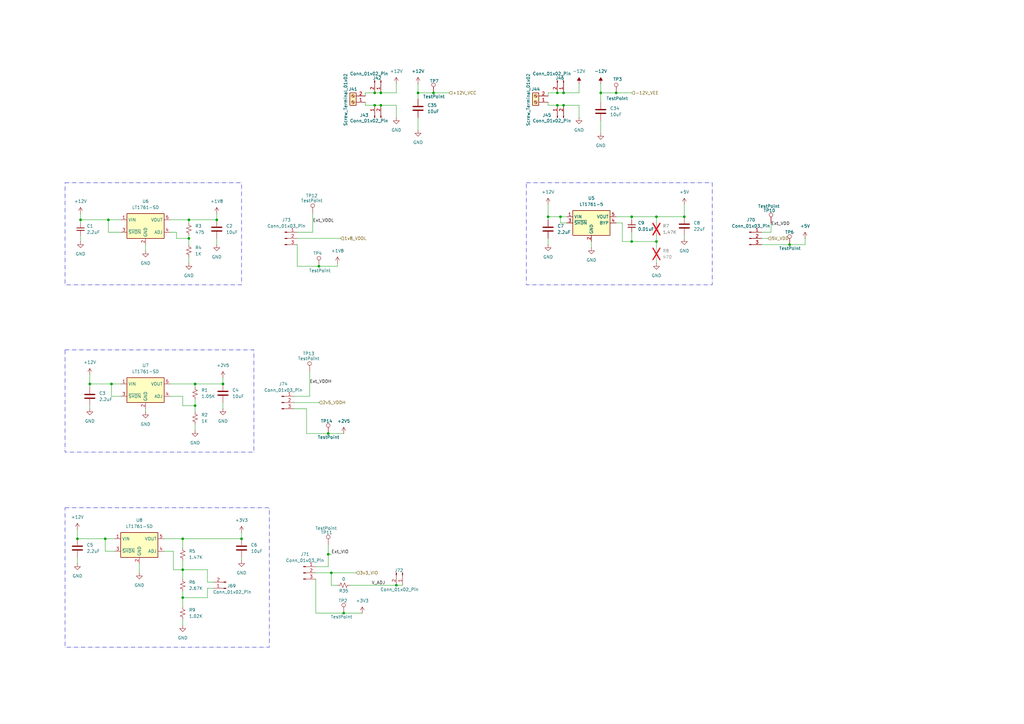
<source format=kicad_sch>
(kicad_sch (version 20250114) (generator "eeschema") (generator_version "9.0")
  (paper "A3")
  (lib_symbols
    (symbol "Connector:Conn_01x02_Pin" (pin_names (offset 1.016) (hide yes))
      (property "Reference" "J" (at 0 2.54 0))
      (property "Value" "Conn_01x02_Pin" (at 0 -5.08 0))
      (symbol "Conn_01x02_Pin_1_1"
        (rectangle (start 0.8636 0.127) (end 0 -0.127) (stroke (width 0.1524)) (fill (type outline)))
        (rectangle (start 0.8636 -2.413) (end 0 -2.667) (stroke (width 0.1524)) (fill (type outline)))
        (polyline (pts (xy 1.27 0) (xy 0.8636 0)) (stroke (width 0.1524)))
        (polyline (pts (xy 1.27 -2.54) (xy 0.8636 -2.54)) (stroke (width 0.1524)))
        (pin passive line (at 5.08 0 180) (length 3.81) (name "Pin_1") (number "1"))
        (pin passive line (at 5.08 -2.54 180) (length 3.81) (name "Pin_2") (number "2"))
      )
    )
    (symbol "Connector:Conn_01x03_Pin" (pin_names (offset 1.016) (hide yes))
      (property "Reference" "J" (at 0 5.08 0))
      (property "Value" "Conn_01x03_Pin" (at 0 -5.08 0))
      (symbol "Conn_01x03_Pin_1_1"
        (rectangle (start 0.8636 2.667) (end 0 2.413) (stroke (width 0.1524)) (fill (type outline)))
        (rectangle (start 0.8636 0.127) (end 0 -0.127) (stroke (width 0.1524)) (fill (type outline)))
        (rectangle (start 0.8636 -2.413) (end 0 -2.667) (stroke (width 0.1524)) (fill (type outline)))
        (polyline (pts (xy 1.27 2.54) (xy 0.8636 2.54)) (stroke (width 0.1524)))
        (polyline (pts (xy 1.27 0) (xy 0.8636 0)) (stroke (width 0.1524)))
        (polyline (pts (xy 1.27 -2.54) (xy 0.8636 -2.54)) (stroke (width 0.1524)))
        (pin passive line (at 5.08 2.54 180) (length 3.81) (name "Pin_1") (number "1"))
        (pin passive line (at 5.08 0 180) (length 3.81) (name "Pin_2") (number "2"))
        (pin passive line (at 5.08 -2.54 180) (length 3.81) (name "Pin_3") (number "3"))
      )
    )
    (symbol "Connector:Screw_Terminal_01x02" (pin_names (offset 1.016) (hide yes))
      (property "Reference" "J" (at 0 2.54 0))
      (property "Value" "Screw_Terminal_01x02" (at 0 -5.08 0))
      (symbol "Screw_Terminal_01x02_1_1"
        (rectangle (start -1.27 1.27) (end 1.27 -3.81) (stroke (width 0.254)) (fill (type background)))
        (polyline (pts (xy -0.5334 0.3302) (xy 0.3302 -0.508)) (stroke (width 0.1524)))
        (polyline (pts (xy -0.5334 -2.2098) (xy 0.3302 -3.048)) (stroke (width 0.1524)))
        (polyline (pts (xy -0.3556 0.508) (xy 0.508 -0.3302)) (stroke (width 0.1524)))
        (polyline (pts (xy -0.3556 -2.032) (xy 0.508 -2.8702)) (stroke (width 0.1524)))
        (circle (center 0 0) (radius 0.635) (stroke (width 0.1524)))
        (circle (center 0 -2.54) (radius 0.635) (stroke (width 0.1524)))
        (pin passive line (at -5.08 0 0) (length 3.81) (name "Pin_1") (number "1"))
        (pin passive line (at -5.08 -2.54 0) (length 3.81) (name "Pin_2") (number "2"))
      )
    )
    (symbol "Connector:TestPoint" (pin_numbers (hide yes)) (pin_names (offset 0.762) (hide yes))
      (property "Reference" "TP" (at 0 6.858 0))
      (property "Value" "TestPoint" (at 0 5.08 0))
      (symbol "TestPoint_0_1"
        (circle (center 0 3.302) (radius 0.762))
      )
      (symbol "TestPoint_1_1"
        (pin passive line (at 0 0 90) (length 2.54) (name "1") (number "1"))
      )
    )
    (symbol "Device:C" (pin_numbers (hide yes)) (pin_names (offset 0.254))
      (property "Reference" "C" (at 0.635 2.54 0))
      (property "Value" "C" (at 0.635 -2.54 0))
      (symbol "C_0_1"
        (polyline (pts (xy -2.032 0.762) (xy 2.032 0.762)) (stroke (width 0.508)))
        (polyline (pts (xy -2.032 -0.762) (xy 2.032 -0.762)) (stroke (width 0.508)))
      )
      (symbol "C_1_1"
        (pin passive line (at 0 3.81 270) (length 2.794) (name "~") (number "1"))
        (pin passive line (at 0 -3.81 90) (length 2.794) (name "~") (number "2"))
      )
    )
    (symbol "Device:C_Small" (pin_numbers (hide yes)) (pin_names (offset 0.254) (hide yes))
      (property "Reference" "C" (at 0.254 1.778 0))
      (property "Value" "C_Small" (at 0.254 -2.032 0))
      (symbol "C_Small_0_1"
        (polyline (pts (xy -1.524 0.508) (xy 1.524 0.508)) (stroke (width 0.3048)))
        (polyline (pts (xy -1.524 -0.508) (xy 1.524 -0.508)) (stroke (width 0.3302)))
      )
      (symbol "C_Small_1_1"
        (pin passive line (at 0 2.54 270) (length 2.032) (name "~") (number "1"))
        (pin passive line (at 0 -2.54 90) (length 2.032) (name "~") (number "2"))
      )
    )
    (symbol "Device:R_Small_US" (pin_numbers (hide yes)) (pin_names (offset 0.254) (hide yes))
      (property "Reference" "R" (at 0.762 0.508 0))
      (property "Value" "R_Small_US" (at 0.762 -1.016 0))
      (symbol "R_Small_US_1_1"
        (polyline (pts (xy 0 1.524) (xy 1.016 1.143) (xy 0 0.762) (xy -1.016 0.381) (xy 0 0)))
        (polyline (pts (xy 0 0) (xy 1.016 -0.381) (xy 0 -0.762) (xy -1.016 -1.143) (xy 0 -1.524)))
        (pin passive line (at 0 2.54 270) (length 1.016) (name "~") (number "1"))
        (pin passive line (at 0 -2.54 90) (length 1.016) (name "~") (number "2"))
      )
    )
    (symbol "Regulator_Linear:LT1761-5"
      (property "Reference" "U" (at -6.35 6.35 0))
      (property "Value" "LT1761-5" (at 0 6.35 0))
      (symbol "LT1761-5_0_1"
        (rectangle (start -7.62 5.08) (end 7.62 -5.08) (stroke (width 0.254)) (fill (type background)))
      )
      (symbol "LT1761-5_1_1"
        (pin power_in line (at -10.16 2.54 0) (length 2.54) (name "VIN") (number "1"))
        (pin input line (at -10.16 0 0) (length 2.54) (name "~{SHDN}") (number "3"))
        (pin power_in line (at 0 -7.62 90) (length 2.54) (name "GND") (number "2"))
        (pin power_out line (at 10.16 2.54 180) (length 2.54) (name "VOUT") (number "5"))
        (pin passive line (at 10.16 0 180) (length 2.54) (name "BYP") (number "4"))
      )
    )
    (symbol "Regulator_Linear:LT1761-SD"
      (property "Reference" "U" (at -6.35 6.35 0))
      (property "Value" "LT1761-SD" (at 0 6.35 0))
      (symbol "LT1761-SD_0_1"
        (rectangle (start -7.62 5.08) (end 7.62 -5.08) (stroke (width 0.254)) (fill (type background)))
      )
      (symbol "LT1761-SD_1_1"
        (pin power_in line (at -10.16 2.54 0) (length 2.54) (name "VIN") (number "1"))
        (pin input line (at -10.16 -2.54 0) (length 2.54) (name "~{SHDN}") (number "3"))
        (pin power_in line (at 0 -7.62 90) (length 2.54) (name "GND") (number "2"))
        (pin power_out line (at 10.16 2.54 180) (length 2.54) (name "VOUT") (number "5"))
        (pin input line (at 10.16 -2.54 180) (length 2.54) (name "ADJ") (number "4"))
      )
    )
    (symbol "power:+12V" (power) (pin_numbers (hide yes)) (pin_names (offset 0) (hide yes))
      (property "Value" "+12V" (at 0 3.556 0))
      (symbol "+12V_0_1"
        (polyline (pts (xy -0.762 1.27) (xy 0 2.54)))
        (polyline (pts (xy 0 2.54) (xy 0.762 1.27)))
        (polyline (pts (xy 0 0) (xy 0 2.54)))
      )
      (symbol "+12V_1_1"
        (pin power_in line (at 0 0 90) (length 0) (name "~") (number "1"))
      )
    )
    (symbol "power:+1V8" (power) (pin_numbers (hide yes)) (pin_names (offset 0) (hide yes))
      (property "Value" "+1V8" (at 0 3.556 0))
      (symbol "+1V8_0_1"
        (polyline (pts (xy -0.762 1.27) (xy 0 2.54)))
        (polyline (pts (xy 0 2.54) (xy 0.762 1.27)))
        (polyline (pts (xy 0 0) (xy 0 2.54)))
      )
      (symbol "+1V8_1_1"
        (pin power_in line (at 0 0 90) (length 0) (name "~") (number "1"))
      )
    )
    (symbol "power:+2V5" (power) (pin_numbers (hide yes)) (pin_names (offset 0) (hide yes))
      (property "Value" "+2V5" (at 0 3.556 0))
      (symbol "+2V5_0_1"
        (polyline (pts (xy -0.762 1.27) (xy 0 2.54)))
        (polyline (pts (xy 0 2.54) (xy 0.762 1.27)))
        (polyline (pts (xy 0 0) (xy 0 2.54)))
      )
      (symbol "+2V5_1_1"
        (pin power_in line (at 0 0 90) (length 0) (name "~") (number "1"))
      )
    )
    (symbol "power:+3V3" (power) (pin_numbers (hide yes)) (pin_names (offset 0) (hide yes))
      (property "Value" "+3V3" (at 0 3.556 0))
      (symbol "+3V3_0_1"
        (polyline (pts (xy -0.762 1.27) (xy 0 2.54)))
        (polyline (pts (xy 0 2.54) (xy 0.762 1.27)))
        (polyline (pts (xy 0 0) (xy 0 2.54)))
      )
      (symbol "+3V3_1_1"
        (pin power_in line (at 0 0 90) (length 0) (name "~") (number "1"))
      )
    )
    (symbol "power:+5V" (power) (pin_numbers (hide yes)) (pin_names (offset 0) (hide yes))
      (property "Value" "+5V" (at 0 3.556 0))
      (symbol "+5V_0_1"
        (polyline (pts (xy -0.762 1.27) (xy 0 2.54)))
        (polyline (pts (xy 0 2.54) (xy 0.762 1.27)))
        (polyline (pts (xy 0 0) (xy 0 2.54)))
      )
      (symbol "+5V_1_1"
        (pin power_in line (at 0 0 90) (length 0) (name "~") (number "1"))
      )
    )
    (symbol "power:-12V" (power) (pin_numbers (hide yes)) (pin_names (offset 0) (hide yes))
      (property "Value" "-12V" (at 0 3.556 0))
      (symbol "-12V_0_0"
        (pin power_in line (at 0 0 90) (length 0) (name "~") (number "1"))
      )
      (symbol "-12V_0_1"
        (polyline (pts (xy 0 0) (xy 0 1.27) (xy 0.762 1.27) (xy 0 2.54) (xy -0.762 1.27) (xy 0 1.27)) (fill (type outline)))
      )
    )
    (symbol "power:GND" (power) (pin_numbers (hide yes)) (pin_names (offset 0) (hide yes))
      (property "Value" "GND" (at 0 -3.81 0))
      (symbol "GND_0_1"
        (polyline (pts (xy 0 0) (xy 0 -1.27) (xy 1.27 -1.27) (xy 0 -2.54) (xy -1.27 -1.27) (xy 0 -1.27)))
      )
      (symbol "GND_1_1"
        (pin power_in line (at 0 0 270) (length 0) (name "~") (number "1"))
      )
    )
  )
  (rectangle (start 26.67 143.51) (end 104.14 185.42) (stroke (width 0) (type dash_dot)))
  (rectangle (start 26.67 74.93) (end 99.06 116.84) (stroke (width 0) (type dash_dot)))
  (rectangle (start 215.9 74.93) (end 292.1 116.84) (stroke (width 0) (type dash_dot)))
  (rectangle (start 26.67 208.28) (end 110.49 265.43) (stroke (width 0) (type dash_dot)))
  (junction (at 74.93 220.98))
  (junction (at 134.62 177.8))
  (junction (at 134.62 227.33))
  (junction (at 224.79 88.9))
  (junction (at 74.93 233.68))
  (junction (at 135.89 234.95))
  (junction (at 36.83 157.48))
  (junction (at 45.72 157.48))
  (junction (at 229.87 88.9))
  (junction (at 231.14 43.18))
  (junction (at 80.01 157.48))
  (junction (at 153.67 43.18))
  (junction (at 231.14 38.1))
  (junction (at 246.38 38.1))
  (junction (at 31.75 220.98))
  (junction (at 177.8 38.1))
  (junction (at 269.24 88.9))
  (junction (at 259.08 99.06))
  (junction (at 156.21 38.1))
  (junction (at 77.47 97.79))
  (junction (at 43.18 220.98))
  (junction (at 77.47 90.17))
  (junction (at 252.73 38.1))
  (junction (at 228.6 43.18))
  (junction (at 228.6 38.1))
  (junction (at 44.45 90.17))
  (junction (at 269.24 99.06))
  (junction (at 323.85 100.33))
  (junction (at 99.06 220.98))
  (junction (at 171.45 38.1))
  (junction (at 74.93 245.11))
  (junction (at 91.44 157.48))
  (junction (at 259.08 88.9))
  (junction (at 156.21 43.18))
  (junction (at 130.81 109.22))
  (junction (at 162.56 240.03))
  (junction (at 80.01 166.37))
  (junction (at 140.97 251.46))
  (junction (at 153.67 38.1))
  (junction (at 280.67 88.9))
  (junction (at 88.9 90.17))
  (junction (at 33.02 90.17))
  (wire (pts (xy 120.65 167.64) (xy 125.73 167.64)))
  (wire (pts (xy 246.38 38.1) (xy 252.73 38.1)))
  (wire (pts (xy 237.49 34.29) (xy 237.49 38.1)))
  (wire (pts (xy 49.53 162.56) (xy 45.72 162.56)))
  (wire (pts (xy 121.92 109.22) (xy 130.81 109.22)))
  (wire (pts (xy 330.2 100.33) (xy 323.85 100.33)))
  (wire (pts (xy 156.21 43.18) (xy 162.56 43.18)))
  (wire (pts (xy 77.47 90.17) (xy 88.9 90.17)))
  (wire (pts (xy 121.92 97.79) (xy 139.7 97.79)))
  (wire (pts (xy 80.01 157.48) (xy 80.01 158.75)))
  (wire (pts (xy 140.97 251.46) (xy 148.59 251.46)))
  (wire (pts (xy 69.85 157.48) (xy 80.01 157.48)))
  (wire (pts (xy 228.6 43.18) (xy 231.14 43.18)))
  (wire (pts (xy 74.93 245.11) (xy 74.93 248.92)))
  (wire (pts (xy 224.79 38.1) (xy 228.6 38.1)))
  (wire (pts (xy 149.86 41.91) (xy 149.86 43.18)))
  (wire (pts (xy 59.69 167.64) (xy 59.69 168.91)))
  (wire (pts (xy 85.09 245.11) (xy 74.93 245.11)))
  (wire (pts (xy 59.69 100.33) (xy 59.69 102.87)))
  (wire (pts (xy 77.47 105.41) (xy 77.47 107.95)))
  (wire (pts (xy 252.73 91.44) (xy 255.27 91.44)))
  (wire (pts (xy 85.09 241.3) (xy 85.09 245.11)))
  (wire (pts (xy 72.39 95.25) (xy 69.85 95.25)))
  (wire (pts (xy 162.56 43.18) (xy 162.56 48.26)))
  (wire (pts (xy 99.06 218.44) (xy 99.06 220.98)))
  (wire (pts (xy 33.02 96.52) (xy 33.02 99.06)))
  (wire (pts (xy 246.38 34.29) (xy 246.38 38.1)))
  (wire (pts (xy 67.31 220.98) (xy 74.93 220.98)))
  (wire (pts (xy 316.23 91.44) (xy 316.23 95.25)))
  (wire (pts (xy 153.67 38.1) (xy 156.21 38.1)))
  (wire (pts (xy 125.73 177.8) (xy 134.62 177.8)))
  (wire (pts (xy 138.43 107.95) (xy 138.43 109.22)))
  (wire (pts (xy 44.45 90.17) (xy 49.53 90.17)))
  (wire (pts (xy 129.54 237.49) (xy 129.54 251.46)))
  (wire (pts (xy 45.72 162.56) (xy 45.72 157.48)))
  (wire (pts (xy 88.9 87.63) (xy 88.9 90.17)))
  (wire (pts (xy 259.08 95.25) (xy 259.08 99.06)))
  (wire (pts (xy 134.62 227.33) (xy 135.89 227.33)))
  (wire (pts (xy 77.47 90.17) (xy 77.47 91.44)))
  (wire (pts (xy 80.01 157.48) (xy 91.44 157.48)))
  (wire (pts (xy 224.79 41.91) (xy 224.79 43.18)))
  (wire (pts (xy 71.12 233.68) (xy 74.93 233.68)))
  (wire (pts (xy 80.01 166.37) (xy 80.01 168.91)))
  (wire (pts (xy 74.93 256.54) (xy 74.93 254)))
  (wire (pts (xy 85.09 233.68) (xy 74.93 233.68)))
  (wire (pts (xy 74.93 162.56) (xy 74.93 166.37)))
  (wire (pts (xy 153.67 43.18) (xy 156.21 43.18)))
  (wire (pts (xy 33.02 91.44) (xy 33.02 90.17)))
  (wire (pts (xy 143.51 240.03) (xy 162.56 240.03)))
  (wire (pts (xy 259.08 99.06) (xy 269.24 99.06)))
  (wire (pts (xy 149.86 38.1) (xy 153.67 38.1)))
  (wire (pts (xy 36.83 166.37) (xy 36.83 167.64)))
  (wire (pts (xy 232.41 91.44) (xy 229.87 91.44)))
  (wire (pts (xy 33.02 90.17) (xy 44.45 90.17)))
  (wire (pts (xy 74.93 220.98) (xy 74.93 224.79)))
  (wire (pts (xy 312.42 97.79) (xy 314.96 97.79)))
  (wire (pts (xy 134.62 227.33) (xy 134.62 232.41)))
  (wire (pts (xy 46.99 226.06) (xy 43.18 226.06)))
  (wire (pts (xy 130.81 109.22) (xy 138.43 109.22)))
  (wire (pts (xy 269.24 88.9) (xy 280.67 88.9)))
  (wire (pts (xy 184.15 38.1) (xy 177.8 38.1)))
  (wire (pts (xy 74.93 166.37) (xy 80.01 166.37)))
  (wire (pts (xy 224.79 90.17) (xy 224.79 88.9)))
  (wire (pts (xy 312.42 100.33) (xy 323.85 100.33)))
  (wire (pts (xy 269.24 96.52) (xy 269.24 99.06)))
  (wire (pts (xy 171.45 38.1) (xy 171.45 40.64)))
  (wire (pts (xy 129.54 232.41) (xy 134.62 232.41)))
  (wire (pts (xy 255.27 91.44) (xy 255.27 99.06)))
  (wire (pts (xy 91.44 154.94) (xy 91.44 157.48)))
  (wire (pts (xy 255.27 99.06) (xy 259.08 99.06)))
  (wire (pts (xy 72.39 97.79) (xy 72.39 95.25)))
  (wire (pts (xy 162.56 38.1) (xy 156.21 38.1)))
  (wire (pts (xy 149.86 39.37) (xy 149.86 38.1)))
  (wire (pts (xy 280.67 96.52) (xy 280.67 97.79)))
  (wire (pts (xy 224.79 83.82) (xy 224.79 88.9)))
  (wire (pts (xy 135.89 234.95) (xy 146.05 234.95)))
  (wire (pts (xy 252.73 88.9) (xy 259.08 88.9)))
  (wire (pts (xy 31.75 228.6) (xy 31.75 231.14)))
  (wire (pts (xy 138.43 240.03) (xy 135.89 240.03)))
  (wire (pts (xy 237.49 38.1) (xy 231.14 38.1)))
  (wire (pts (xy 74.93 229.87) (xy 74.93 233.68)))
  (wire (pts (xy 87.63 241.3) (xy 85.09 241.3)))
  (wire (pts (xy 44.45 90.17) (xy 44.45 95.25)))
  (wire (pts (xy 69.85 162.56) (xy 74.93 162.56)))
  (wire (pts (xy 45.72 157.48) (xy 49.53 157.48)))
  (wire (pts (xy 269.24 99.06) (xy 269.24 101.6)))
  (wire (pts (xy 312.42 95.25) (xy 316.23 95.25)))
  (wire (pts (xy 229.87 88.9) (xy 229.87 91.44)))
  (wire (pts (xy 80.01 173.99) (xy 80.01 176.53)))
  (wire (pts (xy 224.79 39.37) (xy 224.79 38.1)))
  (wire (pts (xy 74.93 220.98) (xy 99.06 220.98)))
  (wire (pts (xy 36.83 157.48) (xy 45.72 157.48)))
  (wire (pts (xy 74.93 242.57) (xy 74.93 245.11)))
  (wire (pts (xy 121.92 100.33) (xy 121.92 109.22)))
  (wire (pts (xy 259.08 88.9) (xy 259.08 90.17)))
  (wire (pts (xy 224.79 88.9) (xy 229.87 88.9)))
  (wire (pts (xy 57.15 231.14) (xy 57.15 234.95)))
  (wire (pts (xy 246.38 41.91) (xy 246.38 38.1)))
  (wire (pts (xy 171.45 34.29) (xy 171.45 38.1)))
  (wire (pts (xy 85.09 238.76) (xy 87.63 238.76)))
  (wire (pts (xy 229.87 88.9) (xy 232.41 88.9)))
  (wire (pts (xy 128.27 87.63) (xy 128.27 95.25)))
  (wire (pts (xy 31.75 217.17) (xy 31.75 220.98)))
  (wire (pts (xy 120.65 162.56) (xy 127 162.56)))
  (wire (pts (xy 72.39 97.79) (xy 77.47 97.79)))
  (wire (pts (xy 231.14 43.18) (xy 237.49 43.18)))
  (wire (pts (xy 224.79 43.18) (xy 228.6 43.18)))
  (wire (pts (xy 224.79 97.79) (xy 224.79 100.33)))
  (wire (pts (xy 127 152.4) (xy 127 162.56)))
  (wire (pts (xy 162.56 34.29) (xy 162.56 38.1)))
  (wire (pts (xy 259.08 38.1) (xy 252.73 38.1)))
  (wire (pts (xy 85.09 233.68) (xy 85.09 238.76)))
  (wire (pts (xy 162.56 240.03) (xy 165.1 240.03)))
  (wire (pts (xy 80.01 163.83) (xy 80.01 166.37)))
  (wire (pts (xy 74.93 233.68) (xy 74.93 237.49)))
  (wire (pts (xy 77.47 97.79) (xy 77.47 100.33)))
  (wire (pts (xy 31.75 220.98) (xy 43.18 220.98)))
  (wire (pts (xy 121.92 95.25) (xy 128.27 95.25)))
  (wire (pts (xy 135.89 234.95) (xy 135.89 240.03)))
  (wire (pts (xy 88.9 97.79) (xy 88.9 100.33)))
  (wire (pts (xy 134.62 177.8) (xy 140.97 177.8)))
  (wire (pts (xy 69.85 90.17) (xy 77.47 90.17)))
  (wire (pts (xy 171.45 48.26) (xy 171.45 53.34)))
  (wire (pts (xy 36.83 153.67) (xy 36.83 157.48)))
  (wire (pts (xy 228.6 38.1) (xy 231.14 38.1)))
  (wire (pts (xy 134.62 223.52) (xy 134.62 227.33)))
  (wire (pts (xy 129.54 234.95) (xy 135.89 234.95)))
  (wire (pts (xy 269.24 88.9) (xy 269.24 91.44)))
  (wire (pts (xy 330.2 97.79) (xy 330.2 100.33)))
  (wire (pts (xy 77.47 96.52) (xy 77.47 97.79)))
  (wire (pts (xy 280.67 83.82) (xy 280.67 88.9)))
  (wire (pts (xy 269.24 106.68) (xy 269.24 107.95)))
  (wire (pts (xy 149.86 43.18) (xy 153.67 43.18)))
  (wire (pts (xy 246.38 49.53) (xy 246.38 54.61)))
  (wire (pts (xy 43.18 220.98) (xy 43.18 226.06)))
  (wire (pts (xy 44.45 95.25) (xy 49.53 95.25)))
  (wire (pts (xy 91.44 165.1) (xy 91.44 167.64)))
  (wire (pts (xy 71.12 226.06) (xy 71.12 233.68)))
  (wire (pts (xy 237.49 43.18) (xy 237.49 48.26)))
  (wire (pts (xy 36.83 157.48) (xy 36.83 158.75)))
  (wire (pts (xy 120.65 165.1) (xy 130.81 165.1)))
  (wire (pts (xy 125.73 167.64) (xy 125.73 177.8)))
  (wire (pts (xy 99.06 228.6) (xy 99.06 229.87)))
  (wire (pts (xy 43.18 220.98) (xy 46.99 220.98)))
  (wire (pts (xy 67.31 226.06) (xy 71.12 226.06)))
  (wire (pts (xy 129.54 251.46) (xy 140.97 251.46)))
  (wire (pts (xy 259.08 88.9) (xy 269.24 88.9)))
  (wire (pts (xy 242.57 99.06) (xy 242.57 101.6)))
  (wire (pts (xy 171.45 38.1) (xy 177.8 38.1)))
  (wire (pts (xy 33.02 87.63) (xy 33.02 90.17)))
  (label "Ext_VDD" (at 316.23 92.71 0))
  (label "V_ADJ" (at 152.4 240.03 0))
  (label "Ext_VDDH" (at 127 157.48 0))
  (label "Ext_VIO" (at 135.89 227.33 0))
  (label "Ext_VDDL" (at 128.27 91.44 0))
  (hierarchical_label "-12V_VEE" (shape input) (at 259.08 38.1 0))
  (hierarchical_label "3v3_VIO" (shape input) (at 146.05 234.95 0))
  (hierarchical_label "1v8_VDDL" (shape input) (at 139.7 97.79 0))
  (hierarchical_label "+12V_VCC" (shape input) (at 184.15 38.1 0))
  (hierarchical_label "5V_VDD" (shape input) (at 314.96 97.79 0))
  (hierarchical_label "2v5_VDDH" (shape input) (at 130.81 165.1 0))
  (symbol (lib_id "power:GND") (at 33.02 99.06 0) (unit 1)
    (property "Reference" "#PWR04" (effects (hide yes)))
    (property "Value" "GND" (at 33.02 104.14 0))
    (property "Description" "Power symbol creates a global label with name \"GND\" , ground" (effects (hide yes)))
  )
  (symbol (lib_id "power:+3V3") (at 148.59 251.46 0) (mirror y) (unit 1)
    (property "Reference" "#PWR034" (effects (hide yes)))
    (property "Value" "+3V3" (at 148.59 246.38 0))
    (property "Description" "Power symbol creates a global label with name \"+3V3\"" (effects (hide yes)))
  )
  (symbol (lib_id "Connector:Conn_01x03_Pin") (at 124.46 234.95 0) (unit 1)
    (property "Reference" "J71" (at 125.095 227.33 0))
    (property "Value" "Conn_01x03_Pin" (at 125.095 229.87 0))
    (property "Footprint" "Connector_PinHeader_2.54mm:PinHeader_1x03_P2.54mm_Vertical" (effects (hide yes)))
    (property "Description" "Generic connector, single row, 01x03, script generated" (effects (hide yes)))
  )
  (symbol (lib_id "power:GND") (at 36.83 167.64 0) (unit 1)
    (property "Reference" "#PWR05" (effects (hide yes)))
    (property "Value" "GND" (at 36.83 172.72 0))
    (property "Description" "Power symbol creates a global label with name \"GND\" , ground" (effects (hide yes)))
  )
  (symbol (lib_id "Device:C") (at 31.75 224.79 0) (unit 1)
    (property "Reference" "C5" (at 35.56 223.5199 0) (effects (justify left)))
    (property "Value" "2.2uF" (at 35.56 226.0599 0) (effects (justify left)))
    (property "Footprint" "Capacitor_SMD:C_0603_1608Metric" (effects (hide yes)))
    (property "Description" "Unpolarized capacitor" (effects (hide yes)))
  )
  (symbol (lib_id "Connector:Conn_01x03_Pin") (at 116.84 97.79 0) (unit 1)
    (property "Reference" "J73" (at 117.475 90.17 0))
    (property "Value" "Conn_01x03_Pin" (at 117.475 92.71 0))
    (property "Footprint" "Connector_PinHeader_2.54mm:PinHeader_1x03_P2.54mm_Vertical" (effects (hide yes)))
    (property "Description" "Generic connector, single row, 01x03, script generated" (effects (hide yes)))
  )
  (symbol (lib_id "Connector:Screw_Terminal_01x02") (at 144.78 41.91 180) (unit 1)
    (property "Reference" "J41" (at 144.78 36.576 0))
    (property "Value" "Screw_Terminal_01x02" (at 141.732 40.894 90))
    (property "Footprint" "TerminalBlock_Phoenix:TerminalBlock_Phoenix_PT-1,5-2-3.5-H_1x02_P3.50mm_Horizontal" (effects (hide yes)))
    (property "Description" "Generic screw terminal, single row, 01x02, script generated (kicad-library-utils/schlib/autogen/connector/)" (effects (hide yes)))
  )
  (symbol (lib_id "Connector:TestPoint") (at 128.27 87.63 0) (mirror y) (unit 1)
    (property "Reference" "TP12" (at 130.302 80.264 0) (effects (justify left)))
    (property "Value" "TestPoint" (at 132.334 82.296 0) (effects (justify left)))
    (property "Footprint" "TestPoint:TestPoint_Pad_D1.0mm" (effects (hide yes)))
    (property "Description" "test point" (effects (hide yes)))
  )
  (symbol (lib_id "Connector:TestPoint") (at 134.62 177.8 0) (mirror y) (unit 1)
    (property "Reference" "TP14" (at 136.398 172.72 0) (effects (justify left)))
    (property "Value" "TestPoint" (at 139.192 179.324 0) (effects (justify left)))
    (property "Footprint" "TestPoint:TestPoint_Pad_D1.0mm" (effects (hide yes)))
    (property "Description" "test point" (effects (hide yes)))
  )
  (symbol (lib_id "power:GND") (at 162.56 48.26 0) (unit 1)
    (property "Reference" "#PWR027" (effects (hide yes)))
    (property "Value" "GND" (at 162.56 53.34 0))
    (property "Description" "Power symbol creates a global label with name \"GND\" , ground" (effects (hide yes)))
  )
  (symbol (lib_id "Connector:TestPoint") (at 140.97 251.46 0) (mirror y) (unit 1)
    (property "Reference" "TP2" (at 142.494 246.38 0) (effects (justify left)))
    (property "Value" "TestPoint" (at 144.526 252.984 0) (effects (justify left)))
    (property "Footprint" "TestPoint:TestPoint_Pad_D1.0mm" (effects (hide yes)))
    (property "Description" "test point" (effects (hide yes)))
  )
  (symbol (lib_id "Device:C") (at 224.79 93.98 0) (unit 1)
    (property "Reference" "C7" (at 228.6 92.7099 0) (effects (justify left)))
    (property "Value" "2.2uF" (at 228.6 95.2499 0) (effects (justify left)))
    (property "Footprint" "Capacitor_SMD:C_0603_1608Metric" (effects (hide yes)))
    (property "Description" "Unpolarized capacitor" (effects (hide yes)))
  )
  (symbol (lib_id "Connector:TestPoint") (at 316.23 91.44 0) (mirror y) (unit 1)
    (property "Reference" "TP10" (at 318.008 86.36 0) (effects (justify left)))
    (property "Value" "TestPoint" (at 319.786 84.582 0) (effects (justify left)))
    (property "Footprint" "TestPoint:TestPoint_Pad_D1.0mm" (effects (hide yes)))
    (property "Description" "test point" (effects (hide yes)))
  )
  (symbol (lib_id "Connector:Conn_01x02_Pin") (at 231.14 33.02 270) (unit 1)
    (property "Reference" "J46" (at 227.838 32.004 90) (effects (justify left)))
    (property "Value" "Conn_01x02_Pin" (at 218.44 30.226 90) (effects (justify left)))
    (property "Footprint" "Connector_PinHeader_2.54mm:PinHeader_1x02_P2.54mm_Vertical" (effects (hide yes)))
    (property "Description" "Generic connector, single row, 01x02, script generated" (effects (hide yes)))
  )
  (symbol (lib_id "Device:R_Small_US") (at 74.93 227.33 0) (unit 1)
    (property "Reference" "R5" (at 77.47 226.0599 0) (effects (justify left)))
    (property "Value" "1.47K" (at 77.47 228.5999 0) (effects (justify left)))
    (property "Footprint" "Resistor_SMD:R_0603_1608Metric" (effects (hide yes)))
    (property "Description" "Resistor, small US symbol" (effects (hide yes)))
  )
  (symbol (lib_id "power:+12V") (at 162.56 34.29 0) (unit 1)
    (property "Reference" "#PWR022" (effects (hide yes)))
    (property "Value" "+12V" (at 162.56 29.21 0))
    (property "Description" "Power symbol creates a global label with name \"+12V\"" (effects (hide yes)))
  )
  (symbol (lib_id "power:GND") (at 246.38 54.61 0) (unit 1)
    (property "Reference" "#PWR033" (effects (hide yes)))
    (property "Value" "GND" (at 246.38 59.69 0))
    (property "Description" "Power symbol creates a global label with name \"GND\" , ground" (effects (hide yes)))
  )
  (symbol (lib_id "power:GND") (at 74.93 256.54 0) (unit 1)
    (property "Reference" "#PWR011" (effects (hide yes)))
    (property "Value" "GND" (at 74.93 261.62 0))
    (property "Description" "Power symbol creates a global label with name \"GND\" , ground" (effects (hide yes)))
  )
  (symbol (lib_id "Regulator_Linear:LT1761-5") (at 242.57 91.44 0) (unit 1)
    (property "Reference" "U5" (at 242.57 81.28 0))
    (property "Value" "LT1761-5" (at 242.57 83.82 0))
    (property "Footprint" "Package_TO_SOT_SMD:TSOT-23-5" (effects (hide yes)))
    (property "Datasheet" "https://www.analog.com/media/en/technical-documentation/data-sheets/1761sff.pdf" (effects (hide yes)))
    (property "Description" "MICROPOWER Low Noise 5V 100mA LDO regulator, TSOT-23-5" (effects (hide yes)))
  )
  (symbol (lib_id "Connector:TestPoint") (at 177.8 38.1 0) (unit 1)
    (property "Reference" "TP7" (at 176.276 33.274 0) (effects (justify left)))
    (property "Value" "TestPoint" (at 173.482 39.624 0) (effects (justify left)))
    (property "Footprint" "TestPoint:TestPoint_Pad_D1.0mm" (effects (hide yes)))
    (property "Description" "test point" (effects (hide yes)))
  )
  (symbol (lib_id "power:+12V") (at 36.83 153.67 0) (unit 1)
    (property "Reference" "#PWR024" (effects (hide yes)))
    (property "Value" "+12V" (at 36.83 148.59 0))
    (property "Description" "Power symbol creates a global label with name \"+12V\"" (effects (hide yes)))
  )
  (symbol (lib_id "Device:C_Small") (at 33.02 93.98 0) (unit 1)
    (property "Reference" "C1" (at 35.56 92.7162 0) (effects (justify left)))
    (property "Value" "2.2uF" (at 35.56 95.2562 0) (effects (justify left)))
    (property "Footprint" "Capacitor_SMD:C_0603_1608Metric" (effects (hide yes)))
    (property "Description" "Unpolarized capacitor, small symbol" (effects (hide yes)))
  )
  (symbol (lib_id "Connector:Screw_Terminal_01x02") (at 219.71 41.91 180) (unit 1)
    (property "Reference" "J44" (at 219.71 36.576 0))
    (property "Value" "Screw_Terminal_01x02" (at 216.662 40.894 90))
    (property "Footprint" "TerminalBlock_Phoenix:TerminalBlock_Phoenix_PT-1,5-2-3.5-H_1x02_P3.50mm_Horizontal" (effects (hide yes)))
    (property "Description" "Generic screw terminal, single row, 01x02, script generated (kicad-library-utils/schlib/autogen/connector/)" (effects (hide yes)))
  )
  (symbol (lib_id "power:GND") (at 280.67 97.79 0) (unit 1)
    (property "Reference" "#PWR017" (effects (hide yes)))
    (property "Value" "GND" (at 280.67 102.87 0))
    (property "Description" "Power symbol creates a global label with name \"GND\" , ground" (effects (hide yes)))
  )
  (symbol (lib_id "Device:C") (at 91.44 161.29 0) (unit 1)
    (property "Reference" "C4" (at 95.25 160.0199 0) (effects (justify left)))
    (property "Value" "10uF" (at 95.25 162.5599 0) (effects (justify left)))
    (property "Footprint" "Capacitor_SMD:C_0805_2012Metric" (effects (hide yes)))
    (property "Description" "Unpolarized capacitor" (effects (hide yes)))
  )
  (symbol (lib_id "power:+3V3") (at 99.06 218.44 0) (unit 1)
    (property "Reference" "#PWR020" (effects (hide yes)))
    (property "Value" "+3V3" (at 99.06 213.36 0))
    (property "Description" "Power symbol creates a global label with name \"+3V3\"" (effects (hide yes)))
  )
  (symbol (lib_id "Connector:Conn_01x02_Pin") (at 165.1 234.95 270) (unit 1)
    (property "Reference" "J72" (at 161.798 233.934 90) (effects (justify left)))
    (property "Value" "Conn_01x02_Pin" (at 155.956 241.808 90) (effects (justify left)))
    (property "Footprint" "Connector_PinHeader_2.54mm:PinHeader_1x02_P2.54mm_Vertical" (effects (hide yes)))
    (property "Description" "Generic connector, single row, 01x02, script generated" (effects (hide yes)))
  )
  (symbol (lib_id "power:GND") (at 59.69 168.91 0) (unit 1)
    (property "Reference" "#PWR06" (effects (hide yes)))
    (property "Value" "GND" (at 59.69 173.99 0))
    (property "Description" "Power symbol creates a global label with name \"GND\" , ground" (effects (hide yes)))
  )
  (symbol (lib_id "Connector:Conn_01x03_Pin") (at 307.34 97.79 0) (unit 1)
    (property "Reference" "J70" (at 307.975 90.17 0))
    (property "Value" "Conn_01x03_Pin" (at 307.975 92.71 0))
    (property "Footprint" "Connector_PinHeader_2.54mm:PinHeader_1x03_P2.54mm_Vertical" (effects (hide yes)))
    (property "Description" "Generic connector, single row, 01x03, script generated" (effects (hide yes)))
  )
  (symbol (lib_id "power:GND") (at 269.24 107.95 0) (unit 1)
    (property "Reference" "#PWR016" (effects (hide yes)))
    (property "Value" "GND" (at 269.24 113.03 0))
    (property "Description" "Power symbol creates a global label with name \"GND\" , ground" (effects (hide yes)))
  )
  (symbol (lib_id "Device:R_Small_US") (at 140.97 240.03 270) (unit 1)
    (property "Reference" "R35" (at 140.97 242.316 90))
    (property "Value" "0" (at 140.97 237.49 90))
    (property "Footprint" "Resistor_SMD:R_0603_1608Metric" (effects (hide yes)))
    (property "Description" "Resistor, small US symbol" (effects (hide yes)))
  )
  (symbol (lib_id "power:GND") (at 77.47 107.95 0) (unit 1)
    (property "Reference" "#PWR01" (effects (hide yes)))
    (property "Value" "GND" (at 77.47 113.03 0))
    (property "Description" "Power symbol creates a global label with name \"GND\" , ground" (effects (hide yes)))
  )
  (symbol (lib_id "power:+2V5") (at 140.97 177.8 0) (unit 1)
    (property "Reference" "#PWR080" (effects (hide yes)))
    (property "Value" "+2V5" (at 140.97 172.72 0))
    (property "Description" "Power symbol creates a global label with name \"+2V5\"" (effects (hide yes)))
  )
  (symbol (lib_id "Connector:TestPoint") (at 134.62 223.52 0) (mirror y) (unit 1)
    (property "Reference" "TP11" (at 136.398 218.44 0) (effects (justify left)))
    (property "Value" "TestPoint" (at 138.176 216.662 0) (effects (justify left)))
    (property "Footprint" "TestPoint:TestPoint_Pad_D1.0mm" (effects (hide yes)))
    (property "Description" "test point" (effects (hide yes)))
  )
  (symbol (lib_id "power:-12V") (at 237.49 34.29 0) (unit 1)
    (property "Reference" "#PWR028" (effects (hide yes)))
    (property "Value" "-12V" (at 237.49 29.21 0))
    (property "Description" "Power symbol creates a global label with name \"-12V\"" (effects (hide yes)))
  )
  (symbol (lib_id "Connector:TestPoint") (at 323.85 100.33 0) (mirror y) (unit 1)
    (property "Reference" "TP6" (at 325.628 95.25 0) (effects (justify left)))
    (property "Value" "TestPoint" (at 328.422 101.854 0) (effects (justify left)))
    (property "Footprint" "TestPoint:TestPoint_Pad_D1.0mm" (effects (hide yes)))
    (property "Description" "test point" (effects (hide yes)))
  )
  (symbol (lib_id "Device:C_Small") (at 259.08 92.71 0) (unit 1)
    (property "Reference" "C9" (at 261.62 91.4462 0) (effects (justify left)))
    (property "Value" "0.01uF" (at 261.62 93.9862 0) (effects (justify left)))
    (property "Footprint" "Capacitor_SMD:C_0603_1608Metric" (effects (hide yes)))
    (property "Description" "Unpolarized capacitor, small symbol" (effects (hide yes)))
  )
  (symbol (lib_id "Connector:Conn_01x02_Pin") (at 156.21 33.02 270) (unit 1)
    (property "Reference" "J42" (at 152.908 32.004 90) (effects (justify left)))
    (property "Value" "Conn_01x02_Pin" (at 143.51 30.226 90) (effects (justify left)))
    (property "Footprint" "Connector_PinHeader_2.54mm:PinHeader_1x02_P2.54mm_Vertical" (effects (hide yes)))
    (property "Description" "Generic connector, single row, 01x02, script generated" (effects (hide yes)))
  )
  (symbol (lib_id "power:-12V") (at 246.38 34.29 0) (unit 1)
    (property "Reference" "#PWR030" (effects (hide yes)))
    (property "Value" "-12V" (at 246.38 29.21 0))
    (property "Description" "Power symbol creates a global label with name \"-12V\"" (effects (hide yes)))
  )
  (symbol (lib_id "Device:R_Small_US") (at 77.47 93.98 0) (unit 1)
    (property "Reference" "R3" (at 80.01 92.7099 0) (effects (justify left)))
    (property "Value" "475" (at 80.01 95.2499 0) (effects (justify left)))
    (property "Footprint" "Resistor_SMD:R_0603_1608Metric" (effects (hide yes)))
    (property "Description" "Resistor, small US symbol" (effects (hide yes)))
  )
  (symbol (lib_id "power:GND") (at 237.49 48.26 0) (unit 1)
    (property "Reference" "#PWR029" (effects (hide yes)))
    (property "Value" "GND" (at 237.49 53.34 0))
    (property "Description" "Power symbol creates a global label with name \"GND\" , ground" (effects (hide yes)))
  )
  (symbol (lib_id "power:+12V") (at 171.45 34.29 0) (unit 1)
    (property "Reference" "#PWR031" (effects (hide yes)))
    (property "Value" "+12V" (at 171.45 29.21 0))
    (property "Description" "Power symbol creates a global label with name \"+12V\"" (effects (hide yes)))
  )
  (symbol (lib_id "power:GND") (at 88.9 100.33 0) (unit 1)
    (property "Reference" "#PWR02" (effects (hide yes)))
    (property "Value" "GND" (at 88.9 105.41 0))
    (property "Description" "Power symbol creates a global label with name \"GND\" , ground" (effects (hide yes)))
  )
  (symbol (lib_id "Device:R_Small_US") (at 74.93 251.46 0) (unit 1)
    (property "Reference" "R9" (at 77.47 250.1899 0) (effects (justify left)))
    (property "Value" "1.02K" (at 77.47 252.7299 0) (effects (justify left)))
    (property "Footprint" "Resistor_SMD:R_0603_1608Metric" (effects (hide yes)))
    (property "Description" "Resistor, small US symbol" (effects (hide yes)))
  )
  (symbol (lib_id "power:GND") (at 31.75 231.14 0) (unit 1)
    (property "Reference" "#PWR010" (effects (hide yes)))
    (property "Value" "GND" (at 31.75 236.22 0))
    (property "Description" "Power symbol creates a global label with name \"GND\" , ground" (effects (hide yes)))
  )
  (symbol (lib_id "power:+12V") (at 224.79 83.82 0) (unit 1)
    (property "Reference" "#PWR026" (effects (hide yes)))
    (property "Value" "+12V" (at 224.79 78.74 0))
    (property "Description" "Power symbol creates a global label with name \"+12V\"" (effects (hide yes)))
  )
  (symbol (lib_id "Device:C") (at 36.83 162.56 0) (unit 1)
    (property "Reference" "C3" (at 40.64 161.2899 0) (effects (justify left)))
    (property "Value" "2.2uF" (at 40.64 163.8299 0) (effects (justify left)))
    (property "Footprint" "Capacitor_SMD:C_0603_1608Metric" (effects (hide yes)))
    (property "Description" "Unpolarized capacitor" (effects (hide yes)))
  )
  (symbol (lib_id "power:GND") (at 57.15 234.95 0) (unit 1)
    (property "Reference" "#PWR09" (effects (hide yes)))
    (property "Value" "GND" (at 57.15 240.03 0))
    (property "Description" "Power symbol creates a global label with name \"GND\" , ground" (effects (hide yes)))
  )
  (symbol (lib_id "Device:R_Small_US") (at 269.24 104.14 0) (unit 1) (dnp yes)
    (property "Reference" "R8" (at 271.78 102.8699 0) (effects (justify left)))
    (property "Value" "470" (at 271.78 105.4099 0) (effects (justify left)))
    (property "Footprint" "Resistor_SMD:R_0603_1608Metric" (effects (hide yes)))
    (property "Description" "Resistor, small US symbol" (effects (hide yes)))
  )
  (symbol (lib_id "power:GND") (at 91.44 167.64 0) (unit 1)
    (property "Reference" "#PWR08" (effects (hide yes)))
    (property "Value" "GND" (at 91.44 172.72 0))
    (property "Description" "Power symbol creates a global label with name \"GND\" , ground" (effects (hide yes)))
  )
  (symbol (lib_id "Connector:Conn_01x02_Pin") (at 153.67 48.26 90) (unit 1)
    (property "Reference" "J43" (at 147.574 47.244 90) (effects (justify right)))
    (property "Value" "Conn_01x02_Pin" (at 143.51 49.53 90) (effects (justify right)))
    (property "Footprint" "Connector_PinHeader_2.54mm:PinHeader_1x02_P2.54mm_Vertical" (effects (hide yes)))
    (property "Description" "Generic connector, single row, 01x02, script generated" (effects (hide yes)))
  )
  (symbol (lib_id "power:GND") (at 80.01 176.53 0) (unit 1)
    (property "Reference" "#PWR07" (effects (hide yes)))
    (property "Value" "GND" (at 80.01 181.61 0))
    (property "Description" "Power symbol creates a global label with name \"GND\" , ground" (effects (hide yes)))
  )
  (symbol (lib_id "power:+2V5") (at 91.44 154.94 0) (unit 1)
    (property "Reference" "#PWR019" (effects (hide yes)))
    (property "Value" "+2V5" (at 91.44 149.86 0))
    (property "Description" "Power symbol creates a global label with name \"+2V5\"" (effects (hide yes)))
  )
  (symbol (lib_id "Device:R_Small_US") (at 74.93 240.03 0) (unit 1)
    (property "Reference" "R6" (at 77.47 238.7599 0) (effects (justify left)))
    (property "Value" "2.67K" (at 77.47 241.2999 0) (effects (justify left)))
    (property "Footprint" "Resistor_SMD:R_0603_1608Metric" (effects (hide yes)))
    (property "Description" "Resistor, small US symbol" (effects (hide yes)))
  )
  (symbol (lib_id "Connector:TestPoint") (at 127 152.4 0) (mirror y) (unit 1)
    (property "Reference" "TP13" (at 129.032 145.034 0) (effects (justify left)))
    (property "Value" "TestPoint" (at 131.064 147.066 0) (effects (justify left)))
    (property "Footprint" "TestPoint:TestPoint_Pad_D1.0mm" (effects (hide yes)))
    (property "Description" "test point" (effects (hide yes)))
  )
  (symbol (lib_id "power:GND") (at 99.06 229.87 0) (unit 1)
    (property "Reference" "#PWR012" (effects (hide yes)))
    (property "Value" "GND" (at 99.06 234.95 0))
    (property "Description" "Power symbol creates a global label with name \"GND\" , ground" (effects (hide yes)))
  )
  (symbol (lib_id "Device:R_Small_US") (at 80.01 161.29 0) (unit 1)
    (property "Reference" "R1" (at 82.55 160.0199 0) (effects (justify left)))
    (property "Value" "1.05K" (at 82.55 162.5599 0) (effects (justify left)))
    (property "Footprint" "Resistor_SMD:R_0603_1608Metric" (effects (hide yes)))
    (property "Description" "Resistor, small US symbol" (effects (hide yes)))
  )
  (symbol (lib_id "Device:R_Small_US") (at 269.24 93.98 0) (unit 1) (dnp yes)
    (property "Reference" "R7" (at 271.78 92.7099 0) (effects (justify left)))
    (property "Value" "1.47K" (at 271.78 95.2499 0) (effects (justify left)))
    (property "Footprint" "Resistor_SMD:R_0603_1608Metric" (effects (hide yes)))
    (property "Description" "Resistor, small US symbol" (effects (hide yes)))
  )
  (symbol (lib_id "Device:C") (at 171.45 44.45 0) (unit 1)
    (property "Reference" "C35" (at 175.26 43.1799 0) (effects (justify left)))
    (property "Value" "10uF" (at 175.26 45.7199 0) (effects (justify left)))
    (property "Footprint" "Capacitor_SMD:C_0805_2012Metric" (effects (hide yes)))
    (property "Description" "Unpolarized capacitor" (effects (hide yes)))
  )
  (symbol (lib_id "Connector:TestPoint") (at 252.73 38.1 0) (unit 1)
    (property "Reference" "TP3" (at 251.46 32.512 0) (effects (justify left)))
    (property "Value" "TestPoint" (at 248.666 40.386 0) (effects (justify left)))
    (property "Footprint" "TestPoint:TestPoint_Pad_D1.0mm" (effects (hide yes)))
    (property "Description" "test point" (effects (hide yes)))
  )
  (symbol (lib_id "Connector:Conn_01x02_Pin") (at 92.71 241.3 180) (unit 1)
    (property "Reference" "J69" (at 96.774 240.284 0) (effects (justify left)))
    (property "Value" "Conn_01x02_Pin" (at 103.124 242.824 0) (effects (justify left)))
    (property "Footprint" "Connector_PinHeader_2.54mm:PinHeader_1x02_P2.54mm_Vertical" (effects (hide yes)))
    (property "Description" "Generic connector, single row, 01x02, script generated" (effects (hide yes)))
  )
  (symbol (lib_id "power:+5V") (at 330.2 97.79 0) (mirror y) (unit 1)
    (property "Reference" "#PWR035" (effects (hide yes)))
    (property "Value" "+5V" (at 330.2 92.71 0))
    (property "Description" "Power symbol creates a global label with name \"+5V\"" (effects (hide yes)))
  )
  (symbol (lib_id "power:+1V8") (at 138.43 107.95 0) (mirror y) (unit 1)
    (property "Reference" "#PWR032" (effects (hide yes)))
    (property "Value" "+1V8" (at 138.43 102.87 0))
    (property "Description" "Power symbol creates a global label with name \"+1V8\"" (effects (hide yes)))
  )
  (symbol (lib_id "power:+12V") (at 31.75 217.17 0) (unit 1)
    (property "Reference" "#PWR025" (effects (hide yes)))
    (property "Value" "+12V" (at 31.75 212.09 0))
    (property "Description" "Power symbol creates a global label with name \"+12V\"" (effects (hide yes)))
  )
  (symbol (lib_id "Device:R_Small_US") (at 77.47 102.87 0) (unit 1)
    (property "Reference" "R4" (at 80.01 101.5999 0) (effects (justify left)))
    (property "Value" "1K" (at 80.01 104.1399 0) (effects (justify left)))
    (property "Footprint" "Resistor_SMD:R_0603_1608Metric" (effects (hide yes)))
    (property "Description" "Resistor, small US symbol" (effects (hide yes)))
  )
  (symbol (lib_id "Device:C") (at 280.67 92.71 0) (unit 1)
    (property "Reference" "C8" (at 284.48 91.4399 0) (effects (justify left)))
    (property "Value" "22uF" (at 284.48 93.9799 0) (effects (justify left)))
    (property "Footprint" "Capacitor_SMD:C_0805_2012Metric" (effects (hide yes)))
    (property "Description" "Unpolarized capacitor" (effects (hide yes)))
  )
  (symbol (lib_id "Connector:TestPoint") (at 130.81 109.22 0) (mirror y) (unit 1)
    (property "Reference" "TP4" (at 132.08 103.886 0) (effects (justify left)))
    (property "Value" "TestPoint" (at 135.636 110.998 0) (effects (justify left)))
    (property "Footprint" "TestPoint:TestPoint_Pad_D1.0mm" (effects (hide yes)))
    (property "Description" "test point" (effects (hide yes)))
  )
  (symbol (lib_id "Device:C") (at 99.06 224.79 0) (unit 1)
    (property "Reference" "C6" (at 102.87 223.5199 0) (effects (justify left)))
    (property "Value" "10uF" (at 102.87 226.0599 0) (effects (justify left)))
    (property "Footprint" "Capacitor_SMD:C_0805_2012Metric" (effects (hide yes)))
    (property "Description" "Unpolarized capacitor" (effects (hide yes)))
  )
  (symbol (lib_id "power:GND") (at 59.69 102.87 0) (unit 1)
    (property "Reference" "#PWR03" (effects (hide yes)))
    (property "Value" "GND" (at 59.69 107.95 0))
    (property "Description" "Power symbol creates a global label with name \"GND\" , ground" (effects (hide yes)))
  )
  (symbol (lib_id "power:GND") (at 224.79 100.33 0) (unit 1)
    (property "Reference" "#PWR014" (effects (hide yes)))
    (property "Value" "GND" (at 224.79 105.41 0))
    (property "Description" "Power symbol creates a global label with name \"GND\" , ground" (effects (hide yes)))
  )
  (symbol (lib_id "power:+1V8") (at 88.9 87.63 0) (unit 1)
    (property "Reference" "#PWR018" (effects (hide yes)))
    (property "Value" "+1V8" (at 88.9 82.55 0))
    (property "Description" "Power symbol creates a global label with name \"+1V8\"" (effects (hide yes)))
  )
  (symbol (lib_id "Device:R_Small_US") (at 80.01 171.45 0) (unit 1)
    (property "Reference" "R2" (at 82.55 170.1799 0) (effects (justify left)))
    (property "Value" "1K" (at 82.55 172.7199 0) (effects (justify left)))
    (property "Footprint" "Resistor_SMD:R_0603_1608Metric" (effects (hide yes)))
    (property "Description" "Resistor, small US symbol" (effects (hide yes)))
  )
  (symbol (lib_id "Regulator_Linear:LT1761-SD") (at 59.69 160.02 0) (unit 1)
    (property "Reference" "U7" (at 59.69 149.86 0))
    (property "Value" "LT1761-SD" (at 59.69 152.4 0))
    (property "Footprint" "Package_TO_SOT_SMD:TSOT-23-5" (effects (hide yes)))
    (property "Datasheet" "https://www.analog.com/media/en/technical-documentation/data-sheets/1761sff.pdf" (effects (hide yes)))
    (property "Description" "MICROPOWER 100mA LDO adjustable regulator, TSOT-23-5" (effects (hide yes)))
  )
  (symbol (lib_id "Connector:Conn_01x03_Pin") (at 115.57 165.1 0) (unit 1)
    (property "Reference" "J74" (at 116.205 157.48 0))
    (property "Value" "Conn_01x03_Pin" (at 116.205 160.02 0))
    (property "Footprint" "Connector_PinHeader_2.54mm:PinHeader_1x03_P2.54mm_Vertical" (effects (hide yes)))
    (property "Description" "Generic connector, single row, 01x03, script generated" (effects (hide yes)))
  )
  (symbol (lib_id "power:GND") (at 171.45 53.34 0) (unit 1)
    (property "Reference" "#PWR079" (effects (hide yes)))
    (property "Value" "GND" (at 171.45 58.42 0))
    (property "Description" "Power symbol creates a global label with name \"GND\" , ground" (effects (hide yes)))
  )
  (symbol (lib_id "Device:C") (at 88.9 93.98 0) (unit 1)
    (property "Reference" "C2" (at 92.71 92.7099 0) (effects (justify left)))
    (property "Value" "10uF" (at 92.71 95.2499 0) (effects (justify left)))
    (property "Footprint" "Capacitor_SMD:C_0805_2012Metric" (effects (hide yes)))
    (property "Description" "Unpolarized capacitor" (effects (hide yes)))
  )
  (symbol (lib_id "power:+5V") (at 280.67 83.82 0) (unit 1)
    (property "Reference" "#PWR021" (effects (hide yes)))
    (property "Value" "+5V" (at 280.67 78.74 0))
    (property "Description" "Power symbol creates a global label with name \"+5V\"" (effects (hide yes)))
  )
  (symbol (lib_id "power:+12V") (at 33.02 87.63 0) (unit 1)
    (property "Reference" "#PWR023" (effects (hide yes)))
    (property "Value" "+12V" (at 33.02 82.55 0))
    (property "Description" "Power symbol creates a global label with name \"+12V\"" (effects (hide yes)))
  )
  (symbol (lib_id "Device:C") (at 246.38 45.72 0) (unit 1)
    (property "Reference" "C34" (at 250.19 44.4499 0) (effects (justify left)))
    (property "Value" "10uF" (at 250.19 46.9899 0) (effects (justify left)))
    (property "Footprint" "Capacitor_SMD:C_0805_2012Metric" (effects (hide yes)))
    (property "Description" "Unpolarized capacitor" (effects (hide yes)))
  )
  (symbol (lib_id "Regulator_Linear:LT1761-SD") (at 59.69 92.71 0) (unit 1)
    (property "Reference" "U6" (at 59.69 82.55 0))
    (property "Value" "LT1761-SD" (at 59.69 85.09 0))
    (property "Footprint" "Package_TO_SOT_SMD:TSOT-23-5" (effects (hide yes)))
    (property "Datasheet" "https://www.analog.com/media/en/technical-documentation/data-sheets/1761sff.pdf" (effects (hide yes)))
    (property "Description" "MICROPOWER 100mA LDO adjustable regulator, TSOT-23-5" (effects (hide yes)))
  )
  (symbol (lib_id "Regulator_Linear:LT1761-SD") (at 57.15 223.52 0) (unit 1)
    (property "Reference" "U8" (at 57.15 213.36 0))
    (property "Value" "LT1761-SD" (at 57.15 215.9 0))
    (property "Footprint" "Package_TO_SOT_SMD:TSOT-23-5" (effects (hide yes)))
    (property "Datasheet" "https://www.analog.com/media/en/technical-documentation/data-sheets/1761sff.pdf" (effects (hide yes)))
    (property "Description" "MICROPOWER 100mA LDO adjustable regulator, TSOT-23-5" (effects (hide yes)))
  )
  (symbol (lib_id "Connector:Conn_01x02_Pin") (at 228.6 48.26 90) (unit 1)
    (property "Reference" "J45" (at 222.504 47.244 90) (effects (justify right)))
    (property "Value" "Conn_01x02_Pin" (at 218.44 49.53 90) (effects (justify right)))
    (property "Footprint" "Connector_PinHeader_2.54mm:PinHeader_1x02_P2.54mm_Vertical" (effects (hide yes)))
    (property "Description" "Generic connector, single row, 01x02, script generated" (effects (hide yes)))
  )
  (symbol (lib_id "power:GND") (at 242.57 101.6 0) (unit 1)
    (property "Reference" "#PWR015" (effects (hide yes)))
    (property "Value" "GND" (at 242.57 106.68 0))
    (property "Description" "Power symbol creates a global label with name \"GND\" , ground" (effects (hide yes)))
  )
)
</source>
